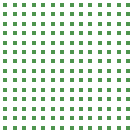
<source format=gbr>
G04 #@! TF.GenerationSoftware,KiCad,Pcbnew,(5.1.4-0-10_14)*
G04 #@! TF.CreationDate,2021-01-04T02:06:14-07:00*
G04 #@! TF.ProjectId,bga-stencil,6267612d-7374-4656-9e63-696c2e6b6963,rev?*
G04 #@! TF.SameCoordinates,Original*
G04 #@! TF.FileFunction,Copper,L1,Top*
G04 #@! TF.FilePolarity,Positive*
%FSLAX46Y46*%
G04 Gerber Fmt 4.6, Leading zero omitted, Abs format (unit mm)*
G04 Created by KiCad (PCBNEW (5.1.4-0-10_14)) date 2021-01-04 02:06:14*
%MOMM*%
%LPD*%
G04 APERTURE LIST*
%ADD10C,0.370000*%
G04 APERTURE END LIST*
D10*
X183800000Y-99600000D03*
X183000000Y-99600000D03*
X182200000Y-99600000D03*
X181400000Y-99600000D03*
X180600000Y-99600000D03*
X179800000Y-99600000D03*
X179000000Y-99600000D03*
X178200000Y-99600000D03*
X177400000Y-99600000D03*
X176600000Y-99600000D03*
X175800000Y-99600000D03*
X175000000Y-99600000D03*
X174200000Y-99600000D03*
X183800000Y-98800000D03*
X183000000Y-98800000D03*
X182200000Y-98800000D03*
X181400000Y-98800000D03*
X180600000Y-98800000D03*
X179800000Y-98800000D03*
X179000000Y-98800000D03*
X178200000Y-98800000D03*
X177400000Y-98800000D03*
X176600000Y-98800000D03*
X175800000Y-98800000D03*
X175000000Y-98800000D03*
X174200000Y-98800000D03*
X183800000Y-98000000D03*
X183000000Y-98000000D03*
X182200000Y-98000000D03*
X181400000Y-98000000D03*
X180600000Y-98000000D03*
X179800000Y-98000000D03*
X179000000Y-98000000D03*
X178200000Y-98000000D03*
X177400000Y-98000000D03*
X176600000Y-98000000D03*
X175800000Y-98000000D03*
X175000000Y-98000000D03*
X174200000Y-98000000D03*
X183800000Y-97200000D03*
X183000000Y-97200000D03*
X182200000Y-97200000D03*
X181400000Y-97200000D03*
X180600000Y-97200000D03*
X179800000Y-97200000D03*
X179000000Y-97200000D03*
X178200000Y-97200000D03*
X177400000Y-97200000D03*
X176600000Y-97200000D03*
X175800000Y-97200000D03*
X175000000Y-97200000D03*
X174200000Y-97200000D03*
X183800000Y-96400000D03*
X183000000Y-96400000D03*
X182200000Y-96400000D03*
X181400000Y-96400000D03*
X180600000Y-96400000D03*
X179800000Y-96400000D03*
X179000000Y-96400000D03*
X178200000Y-96400000D03*
X177400000Y-96400000D03*
X176600000Y-96400000D03*
X175800000Y-96400000D03*
X175000000Y-96400000D03*
X174200000Y-96400000D03*
X183800000Y-95600000D03*
X183000000Y-95600000D03*
X182200000Y-95600000D03*
X181400000Y-95600000D03*
X180600000Y-95600000D03*
X179800000Y-95600000D03*
X179000000Y-95600000D03*
X178200000Y-95600000D03*
X177400000Y-95600000D03*
X176600000Y-95600000D03*
X175800000Y-95600000D03*
X175000000Y-95600000D03*
X174200000Y-95600000D03*
X183800000Y-94800000D03*
X183000000Y-94800000D03*
X182200000Y-94800000D03*
X181400000Y-94800000D03*
X180600000Y-94800000D03*
X179800000Y-94800000D03*
X179000000Y-94800000D03*
X178200000Y-94800000D03*
X177400000Y-94800000D03*
X176600000Y-94800000D03*
X175800000Y-94800000D03*
X175000000Y-94800000D03*
X174200000Y-94800000D03*
X183800000Y-94000000D03*
X183000000Y-94000000D03*
X182200000Y-94000000D03*
X181400000Y-94000000D03*
X180600000Y-94000000D03*
X179800000Y-94000000D03*
X179000000Y-94000000D03*
X178200000Y-94000000D03*
X177400000Y-94000000D03*
X176600000Y-94000000D03*
X175800000Y-94000000D03*
X175000000Y-94000000D03*
X174200000Y-94000000D03*
X183800000Y-93200000D03*
X183000000Y-93200000D03*
X182200000Y-93200000D03*
X181400000Y-93200000D03*
X180600000Y-93200000D03*
X179800000Y-93200000D03*
X179000000Y-93200000D03*
X178200000Y-93200000D03*
X177400000Y-93200000D03*
X176600000Y-93200000D03*
X175800000Y-93200000D03*
X175000000Y-93200000D03*
X174200000Y-93200000D03*
X183800000Y-92400000D03*
X183000000Y-92400000D03*
X182200000Y-92400000D03*
X181400000Y-92400000D03*
X180600000Y-92400000D03*
X179800000Y-92400000D03*
X179000000Y-92400000D03*
X178200000Y-92400000D03*
X177400000Y-92400000D03*
X176600000Y-92400000D03*
X175800000Y-92400000D03*
X175000000Y-92400000D03*
X174200000Y-92400000D03*
X183800000Y-91600000D03*
X183000000Y-91600000D03*
X182200000Y-91600000D03*
X181400000Y-91600000D03*
X180600000Y-91600000D03*
X179800000Y-91600000D03*
X179000000Y-91600000D03*
X178200000Y-91600000D03*
X177400000Y-91600000D03*
X176600000Y-91600000D03*
X175800000Y-91600000D03*
X175000000Y-91600000D03*
X174200000Y-91600000D03*
X183800000Y-90800000D03*
X183000000Y-90800000D03*
X182200000Y-90800000D03*
X181400000Y-90800000D03*
X180600000Y-90800000D03*
X179800000Y-90800000D03*
X179000000Y-90800000D03*
X178200000Y-90800000D03*
X177400000Y-90800000D03*
X176600000Y-90800000D03*
X175800000Y-90800000D03*
X175000000Y-90800000D03*
X174200000Y-90800000D03*
X183800000Y-90000000D03*
X183000000Y-90000000D03*
X182200000Y-90000000D03*
X181400000Y-90000000D03*
X180600000Y-90000000D03*
X179800000Y-90000000D03*
X179000000Y-90000000D03*
X178200000Y-90000000D03*
X177400000Y-90000000D03*
X176600000Y-90000000D03*
X175800000Y-90000000D03*
X175000000Y-90000000D03*
X174200000Y-90000000D03*
X173400000Y-99600000D03*
X173400000Y-98800000D03*
X173400000Y-98000000D03*
X173400000Y-97200000D03*
X173400000Y-96400000D03*
X173400000Y-95600000D03*
X173400000Y-94800000D03*
X173400000Y-94000000D03*
X173400000Y-93200000D03*
X173400000Y-92400000D03*
X173400000Y-91600000D03*
X173400000Y-90800000D03*
X173400000Y-90000000D03*
X183800000Y-89200000D03*
X183000000Y-89200000D03*
X182200000Y-89200000D03*
X181400000Y-89200000D03*
X180600000Y-89200000D03*
X179800000Y-89200000D03*
X179000000Y-89200000D03*
X178200000Y-89200000D03*
X177400000Y-89200000D03*
X176600000Y-89200000D03*
X175800000Y-89200000D03*
X175000000Y-89200000D03*
X174200000Y-89200000D03*
X173400000Y-89200000D03*
M02*

</source>
